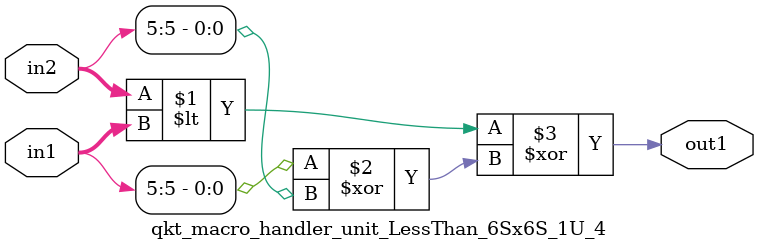
<source format=v>

`timescale 1ps / 1ps


module qkt_macro_handler_unit_LessThan_6Sx6S_1U_4( in2, in1, out1 );

    input [5:0] in2;
    input [5:0] in1;
    output out1;

    
    // rtl_process:qkt_macro_handler_unit_LessThan_6Sx6S_1U_4/qkt_macro_handler_unit_LessThan_6Sx6S_1U_4_thread_1
    assign out1 = (in2 < in1 ^ (in1[5] ^ in2[5]));

endmodule


</source>
